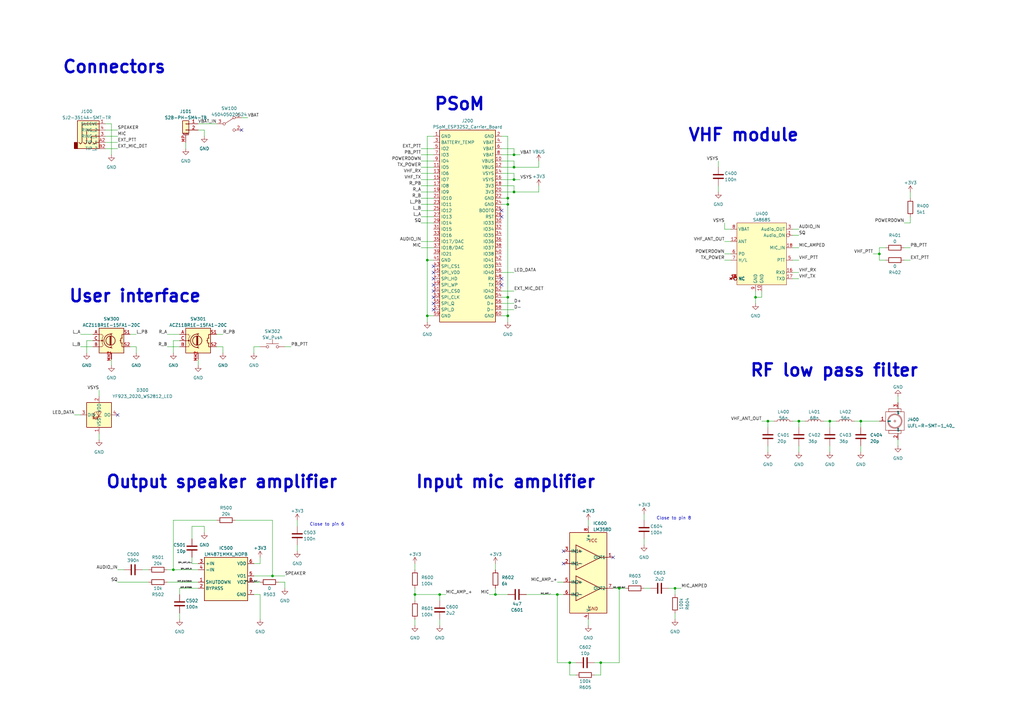
<source format=kicad_sch>
(kicad_sch (version 20230121) (generator eeschema)
  (paper "A3")
  (title_block (title "pRadio") (date "2024-03-19") (rev "HW00") (company "PumaCorp"))
  (lib_symbols
    (symbol "Component_lib:450405020524" (pin_names (offset 0) hide)
      (property "Reference" "SW" (at 0 4.318 0))
      (property "Value" "450405020524" (at 0 -5.08 0))
      (symbol "450405020524_1_1"
        (pin passive line (at 5.08 2.54 180) (length 2.54) (name "A") (number "1"))
        (pin passive line (at 5.08 -2.54 180) (length 2.54) (name "C") (number "2"))
        (pin passive line (at -5.08 0 0) (length 2.54) (name "B") (number "3"))
      )
    )
    (symbol "Component_lib:ACZ11BR1E-15FA1-20C" (pin_names (offset 0.254) hide)
      (property "Reference" "SW" (at 0 6.604 0))
      (property "Value" "ACZ11BR1E-15FA1-20C" (at 0 -6.604 0))
      (symbol "ACZ11BR1E-15FA1-20C_1_1"
        (pin passive line (at -7.62 2.54 0) (length 2.54) (name "A") (number "A"))
        (pin passive line (at -7.62 -2.54 0) (length 2.54) (name "B") (number "B"))
        (pin passive line (at -7.62 0 0) (length 2.54) (name "C") (number "C"))
        (pin passive line (at 0 -7.62 90) (length 2.54) (name "MH1") (number "MH1"))
        (pin passive line (at 0 -7.62 90) (length 2.54) (name "MH2") (number "MH2"))
        (pin passive line (at 7.62 2.54 180) (length 2.54) (name "S1") (number "S1"))
        (pin passive line (at 7.62 -2.54 180) (length 2.54) (name "S2") (number "S2"))
      )
    )
    (symbol "Component_lib:C" (pin_numbers hide) (pin_names (offset 0.254))
      (property "Reference" "C" (at 0.635 -1.27 0))
      (property "Value" "C" (at 0.635 -6.35 0))
      (symbol "C_1_1"
        (pin passive line (at 0 0 270) (length 2.794) (name "~") (number "1"))
        (pin passive line (at 0 -7.62 90) (length 2.794) (name "~") (number "2"))
      )
    )
    (symbol "Component_lib:L" (pin_numbers hide) (pin_names (offset 1.016) hide)
      (property "Reference" "L" (at 3.81 -1.27 0))
      (property "Value" "L" (at 3.81 1.905 0))
      (symbol "L_1_1"
        (pin passive line (at 0 0 0) (length 1.27) (name "1") (number "1"))
        (pin passive line (at 7.62 0 180) (length 1.27) (name "2") (number "2"))
      )
    )
    (symbol "Component_lib:LM358D"
      (property "Reference" "IC" (at 12.7 12.7 0))
      (property "Value" "LM358D" (at 12.7 10.16 0))
      (symbol "LM358D_1_1"
        (text "GND" (at 10.16 -22.86 0) (effects (font (size 1.27 1.27)) (justify left top)))
        (text "VCC" (at 10.16 5.08 0) (effects (font (size 1.27 1.27)) (justify left top)))
        (pin passive line (at 20.32 -2.54 180) (length 2.54) (name "OUT1") (number "1"))
        (pin passive line (at 0 -5.08 0) (length 2.54) (name "IN1-") (number "2"))
        (pin passive line (at 0 0 0) (length 2.54) (name "IN1+") (number "3"))
        (pin passive line (at 10.16 -27.94 90) (length 2.54) (name "V-") (number "4"))
        (pin passive line (at 0 -12.7 0) (length 2.54) (name "IN2+") (number "5"))
        (pin passive line (at 0 -17.78 0) (length 2.54) (name "IN2-") (number "6"))
        (pin passive line (at 20.32 -15.24 180) (length 2.54) (name "OUT2") (number "7"))
        (pin passive line (at 10.16 10.16 270) (length 2.54) (name "V+") (number "8"))
      )
    )
    (symbol "Component_lib:LM4871MMX_NOPB"
      (property "Reference" "IC" (at 2.54 7.62 0))
      (property "Value" "LM4871MMX_NOPB" (at 2.54 5.08 0))
      (symbol "LM4871MMX_NOPB_1_1"
        (pin passive line (at 0 -7.62 0) (length 2.54) (name "SHUTDOWN") (number "1"))
        (pin passive line (at 0 -10.16 0) (length 2.54) (name "BYPASS") (number "2"))
        (pin passive line (at 0 0 0) (length 2.54) (name "+IN") (number "3"))
        (pin passive line (at 0 -2.54 0) (length 2.54) (name "-IN") (number "4"))
        (pin passive line (at 22.86 -5.08 180) (length 2.54) (name "VO1") (number "5"))
        (pin passive line (at 22.86 0 180) (length 2.54) (name "VDD") (number "6"))
        (pin passive line (at 22.86 -12.7 180) (length 2.54) (name "GND") (number "7"))
        (pin passive line (at 22.86 -7.62 180) (length 2.54) (name "VO2") (number "8"))
      )
    )
    (symbol "Component_lib:PSoM_ESP32S2_Carrier_Board"
      (property "Reference" "J" (at 5.08 7.62 0))
      (property "Value" "PSoM_ESP32S2_Carrier_Board" (at 15.24 5.08 0))
      (symbol "PSoM_ESP32S2_Carrier_Board_1_1"
        (pin passive line (at 0 0 0) (length 2.54) (name "GND") (number "1"))
        (pin passive line (at 27.94 -10.16 180) (length 2.54) (name "VBUS") (number "10"))
        (pin passive line (at 0 -12.7 0) (length 2.54) (name "IO5") (number "11"))
        (pin passive line (at 27.94 -12.7 180) (length 2.54) (name "VBUS") (number "12"))
        (pin passive line (at 0 -15.24 0) (length 2.54) (name "IO6") (number "13"))
        (pin passive line (at 27.94 -15.24 180) (length 2.54) (name "VSYS") (number "14"))
        (pin passive line (at 0 -17.78 0) (length 2.54) (name "IO7") (number "15"))
        (pin passive line (at 27.94 -17.78 180) (length 2.54) (name "VSYS") (number "16"))
        (pin passive line (at 0 -20.32 0) (length 2.54) (name "IO8") (number "17"))
        (pin passive line (at 27.94 -20.32 180) (length 2.54) (name "3V3") (number "18"))
        (pin passive line (at 0 -22.86 0) (length 2.54) (name "IO9") (number "19"))
        (pin passive line (at 27.94 0 180) (length 2.54) (name "GND") (number "2"))
        (pin passive line (at 27.94 -22.86 180) (length 2.54) (name "3V3") (number "20"))
        (pin passive line (at 0 -25.4 0) (length 2.54) (name "IO10") (number "21"))
        (pin passive line (at 27.94 -25.4 180) (length 2.54) (name "GND") (number "22"))
        (pin passive line (at 0 -27.94 0) (length 2.54) (name "IO11") (number "23"))
        (pin passive line (at 27.94 -27.94 180) (length 2.54) (name "GND") (number "24"))
        (pin passive line (at 0 -30.48 0) (length 2.54) (name "IO12") (number "25"))
        (pin passive line (at 27.94 -30.48 180) (length 2.54) (name "BOOT0") (number "26"))
        (pin passive line (at 0 -33.02 0) (length 2.54) (name "IO13") (number "27"))
        (pin passive line (at 27.94 -33.02 180) (length 2.54) (name "RST") (number "28"))
        (pin passive line (at 0 -35.56 0) (length 2.54) (name "IO14") (number "29"))
        (pin passive line (at 0 -2.54 0) (length 2.54) (name "BATTERY_TEMP") (number "3"))
        (pin passive line (at 27.94 -35.56 180) (length 2.54) (name "IO33") (number "30"))
        (pin passive line (at 0 -38.1 0) (length 2.54) (name "IO15") (number "31"))
        (pin passive line (at 27.94 -38.1 180) (length 2.54) (name "IO34") (number "32"))
        (pin passive line (at 0 -40.64 0) (length 2.54) (name "IO16") (number "33"))
        (pin passive line (at 27.94 -40.64 180) (length 2.54) (name "IO35") (number "34"))
        (pin passive line (at 0 -43.18 0) (length 2.54) (name "IO17/DAC") (number "35"))
        (pin passive line (at 27.94 -43.18 180) (length 2.54) (name "IO36") (number "36"))
        (pin passive line (at 0 -45.72 0) (length 2.54) (name "IO18/DAC") (number "37"))
        (pin passive line (at 27.94 -45.72 180) (length 2.54) (name "IO37") (number "38"))
        (pin passive line (at 0 -48.26 0) (length 2.54) (name "IO21") (number "39"))
        (pin passive line (at 27.94 -2.54 180) (length 2.54) (name "VBAT") (number "4"))
        (pin passive line (at 27.94 -48.26 180) (length 2.54) (name "IO38") (number "40"))
        (pin passive line (at 0 -50.8 0) (length 2.54) (name "GND") (number "41"))
        (pin passive line (at 27.94 -50.8 180) (length 2.54) (name "IO41") (number "42"))
        (pin passive line (at 0 -53.34 0) (length 2.54) (name "SPI_CS1") (number "43"))
        (pin passive line (at 27.94 -53.34 180) (length 2.54) (name "IO39") (number "44"))
        (pin passive line (at 0 -55.88 0) (length 2.54) (name "SPI_VDD") (number "45"))
        (pin passive line (at 27.94 -55.88 180) (length 2.54) (name "IO40") (number "46"))
        (pin passive line (at 0 -58.42 0) (length 2.54) (name "SPI_HD") (number "47"))
        (pin passive line (at 27.94 -58.42 180) (length 2.54) (name "RX") (number "48"))
        (pin passive line (at 0 -60.96 0) (length 2.54) (name "SPI_WP") (number "49"))
        (pin passive line (at 0 -5.08 0) (length 2.54) (name "IO2") (number "5"))
        (pin passive line (at 27.94 -60.96 180) (length 2.54) (name "TX") (number "50"))
        (pin passive line (at 0 -63.5 0) (length 2.54) (name "SPI_CS0") (number "51"))
        (pin passive line (at 27.94 -63.5 180) (length 2.54) (name "IO42") (number "52"))
        (pin passive line (at 0 -66.04 0) (length 2.54) (name "SPI_CLK") (number "53"))
        (pin passive line (at 27.94 -66.04 180) (length 2.54) (name "GND") (number "54"))
        (pin passive line (at 0 -68.58 0) (length 2.54) (name "SPI_Q") (number "55"))
        (pin passive line (at 27.94 -68.58 180) (length 2.54) (name "D+") (number "56"))
        (pin passive line (at 0 -71.12 0) (length 2.54) (name "SPI_D") (number "57"))
        (pin passive line (at 27.94 -71.12 180) (length 2.54) (name "D-") (number "58"))
        (pin passive line (at 0 -73.66 0) (length 2.54) (name "GND") (number "59"))
        (pin passive line (at 27.94 -5.08 180) (length 2.54) (name "VBAT") (number "6"))
        (pin passive line (at 27.94 -73.66 180) (length 2.54) (name "GND") (number "60"))
        (pin passive line (at 0 -7.62 0) (length 2.54) (name "IO3") (number "7"))
        (pin passive line (at 27.94 -7.62 180) (length 2.54) (name "VBAT") (number "8"))
        (pin passive line (at 0 -10.16 0) (length 2.54) (name "IO4") (number "9"))
      )
    )
    (symbol "Component_lib:R" (pin_numbers hide) (pin_names (offset 0))
      (property "Reference" "R" (at 2.032 -3.81 90))
      (property "Value" "R" (at 0 -3.81 90))
      (symbol "R_1_1"
        (pin passive line (at 0 0 270) (length 1.27) (name "~") (number "1"))
        (pin passive line (at 0 -7.62 90) (length 1.27) (name "~") (number "2"))
      )
    )
    (symbol "Component_lib:S2B-PH-SM4-TB" (pin_names (offset 1.016) hide)
      (property "Reference" "J" (at 0 2.54 0))
      (property "Value" "S2B-PH-SM4-TB" (at 1.27 -2.54 0))
      (symbol "S2B-PH-SM4-TB_1_1"
        (text "Mounting" (at 5.08 -4.191 0) (effects (font (size 0.381 0.381))))
        (pin passive line (at 0 0 0) (length 3.81) (name "Pin_1") (number "1"))
        (pin passive line (at 0 -2.54 0) (length 3.81) (name "Pin_2") (number "2"))
        (pin passive line (at 5.08 -7.62 90) (length 3.048) (name "MountPin") (number "MP"))
      )
    )
    (symbol "Component_lib:SA868S"
      (property "Reference" "U" (at 0 10.16 0))
      (property "Value" "SA868S" (at 0 7.62 0))
      (symbol "SA868S_1_1"
        (pin output inverted (at 25.4 -2.54 180) (length 2.54) (name "Audio_ON") (number "1"))
        (pin passive line (at 12.7 -25.4 90) (length 2.54) (name "GND") (number "10"))
        (pin no_connect inverted (at 0 -20.32 0) (length 2.54) (name "NC") (number "11"))
        (pin bidirectional line (at 0 -5.08 0) (length 2.54) (name "ANT") (number "12"))
        (pin no_connect inverted (at 0 -20.32 0) (length 2.54) (name "NC") (number "13"))
        (pin no_connect inverted (at 0 -20.32 0) (length 2.54) (name "NC") (number "14"))
        (pin no_connect inverted (at 0 -20.32 0) (length 2.54) (name "NC") (number "15"))
        (pin input line (at 25.4 -17.78 180) (length 2.54) (name "RXD") (number "16"))
        (pin output line (at 25.4 -20.32 180) (length 2.54) (name "TXD") (number "17"))
        (pin input line (at 25.4 -7.62 180) (length 2.54) (name "MIC_IN") (number "18"))
        (pin no_connect inverted (at 0 -20.32 0) (length 2.54) (name "NC") (number "2"))
        (pin output line (at 25.4 0 180) (length 2.54) (name "Audio_OUT") (number "3"))
        (pin no_connect inverted (at 0 -20.32 0) (length 2.54) (name "NC") (number "4"))
        (pin input line (at 25.4 -12.7 180) (length 2.54) (name "PTT") (number "5"))
        (pin input line (at 0 -10.16 0) (length 2.54) (name "PD") (number "6"))
        (pin input line (at 0 -12.7 0) (length 2.54) (name "H/L") (number "7"))
        (pin power_in line (at 0 0 0) (length 2.54) (name "VBAT") (number "8"))
        (pin passive line (at 10.16 -25.4 90) (length 2.54) (name "GND") (number "9"))
      )
    )
    (symbol "Component_lib:SJ2-3514A-SMT-TR"
      (property "Reference" "J" (at -10.16 7.62 0))
      (property "Value" "SJ2-3514A-SMT-TR" (at -10.16 5.08 0))
      (symbol "SJ2-3514A-SMT-TR_1_1"
        (pin passive line (at 0 0 180) (length 2.54) (name "SLEEVE") (number "1"))
        (pin passive line (at 0 -5.08 180) (length 2.54) (name "RING_1") (number "3"))
        (pin passive line (at 0 -2.54 180) (length 2.54) (name "RING_2") (number "4"))
        (pin passive line (at 0 -7.62 180) (length 2.54) (name "TIP_1") (number "A2"))
        (pin passive line (at 0 -10.16 180) (length 2.54) (name "TIP_2") (number "B2"))
      )
    )
    (symbol "Component_lib:U.FL-R-SMT-1_40_" (pin_names (offset 0.762))
      (property "Reference" "J" (at 24.13 7.62 0))
      (property "Value" "U.FL-R-SMT-1_40_" (at 24.13 2.54 0))
      (symbol "U.FL-R-SMT-1_40__1_1"
        (pin input line (at 0 0 0) (length 2.54) (name "ant") (number "1"))
        (pin passive line (at 7.62 -7.62 90) (length 2.54) (name "gnd") (number "2"))
        (pin passive line (at 7.62 7.62 270) (length 2.54) (name "gnd") (number "3"))
      )
    )
    (symbol "Component_lib:YF923_2020_WS2812_LED" (pin_names (offset 0.254))
      (property "Reference" "D" (at 2.54 5.715 0))
      (property "Value" "YF923_2020_WS2812_LED" (at 1.27 -5.715 0))
      (symbol "YF923_2020_WS2812_LED_0_0"
        (text "RGB" (at -1.524 -1.397 0) (effects (font (size 0.762 0.762))))
      )
      (symbol "YF923_2020_WS2812_LED_1_1"
        (pin power_in line (at 0 -7.62 90) (length 2.54) (name "VSS") (number "1"))
        (pin power_in line (at 0 7.62 270) (length 2.54) (name "VDD") (number "2"))
        (pin input line (at -7.62 0 0) (length 2.54) (name "DIN") (number "3"))
        (pin output line (at 7.62 0 180) (length 2.54) (name "DO") (number "4"))
      )
    )
    (symbol "Switch:SW_Push" (pin_numbers hide) (pin_names (offset 1.016) hide)
      (property "Reference" "SW" (at 1.27 2.54 0))
      (property "Value" "SW_Push" (at 0 -1.524 0))
      (symbol "SW_Push_0_1"
        (pin passive line (at -5.08 0 0) (length 2.54) (name "1") (number "1"))
        (pin passive line (at 5.08 0 180) (length 2.54) (name "2") (number "2"))
      )
    )
    (symbol "power:+3V3" (power) (pin_names (offset 0))
      (property "Value" "+3V3" (at 0 3.556 0))
      (symbol "+3V3_1_1"
        (pin power_in line (at 0 0 90) (length 0) hide (name "+3V3") (number "1"))
      )
    )
    (symbol "power:GND" (power) (pin_names (offset 0))
      (property "Value" "GND" (at 0 -3.81 0))
      (symbol "GND_1_1"
        (pin power_in line (at 0 0 270) (length 0) hide (name "GND") (number "1"))
      )
    )
    (symbol "power:VBUS" (power) (pin_names (offset 0))
      (property "Value" "VBUS" (at 0 3.81 0))
      (symbol "VBUS_1_1"
        (pin power_in line (at 0 0 90) (length 0) hide (name "VBUS") (number "1"))
      )
    )
  )
  (junction (at 170.18 243.84))
  (junction (at 314.96 172.72))
  (junction (at 175.26 129.54))
  (junction (at 208.28 121.92))
  (junction (at 309.88 121.92))
  (junction (at 246.38 271.78))
  (junction (at 111.76 236.22))
  (junction (at 208.28 81.28))
  (junction (at 210.82 68.58))
  (junction (at 254 241.3))
  (junction (at 208.28 129.54))
  (junction (at 228.6 243.84))
  (junction (at 175.26 106.68))
  (junction (at 210.82 78.74))
  (junction (at 340.36 172.72))
  (junction (at 210.82 73.66))
  (junction (at 208.28 83.82))
  (junction (at 71.12 233.68))
  (junction (at 203.2 243.84))
  (junction (at 233.68 271.78))
  (junction (at 210.82 63.5))
  (junction (at 180.34 243.84))
  (junction (at 353.06 172.72))
  (junction (at 276.86 241.3))
  (junction (at 360.68 104.14))
  (junction (at 327.66 172.72))
  (no_connect (at 177.8 121.92))
  (no_connect (at 177.8 114.3))
  (no_connect (at 231.14 231.14))
  (no_connect (at 177.8 111.76))
  (no_connect (at 48.26 170.18))
  (no_connect (at 205.74 86.36))
  (no_connect (at 177.8 116.84))
  (no_connect (at 231.14 226.06))
  (no_connect (at 205.74 88.9))
  (no_connect (at 177.8 127))
  (no_connect (at 177.8 109.22))
  (no_connect (at 205.74 114.3))
  (no_connect (at 177.8 119.38))
  (no_connect (at 251.46 228.6))
  (no_connect (at 205.74 116.84))
  (no_connect (at 99.06 53.34))
  (no_connect (at 177.8 124.46))
  (wire (pts (xy 205.74 60.96) (xy 210.82 60.96)))
  (wire (pts (xy 210.82 68.58) (xy 220.98 68.58)))
  (wire (pts (xy 309.88 121.92) (xy 309.88 124.46)))
  (wire (pts (xy 45.72 50.8) (xy 45.72 63.5)))
  (wire (pts (xy 106.68 142.24) (xy 104.14 142.24)))
  (wire (pts (xy 309.88 119.38) (xy 309.88 121.92)))
  (wire (pts (xy 111.76 213.36) (xy 111.76 236.22)))
  (wire (pts (xy 88.9 142.24) (xy 91.44 142.24)))
  (wire (pts (xy 205.74 124.46) (xy 210.82 124.46)))
  (wire (pts (xy 203.2 243.84) (xy 208.28 243.84)))
  (wire (pts (xy 30.48 170.18) (xy 33.02 170.18)))
  (wire (pts (xy 81.28 53.34) (xy 83.82 53.34)))
  (wire (pts (xy 172.72 88.9) (xy 177.8 88.9)))
  (wire (pts (xy 172.72 78.74) (xy 177.8 78.74)))
  (wire (pts (xy 81.28 50.8) (xy 88.9 50.8)))
  (wire (pts (xy 170.18 231.14) (xy 170.18 233.68)))
  (wire (pts (xy 172.72 68.58) (xy 177.8 68.58)))
  (wire (pts (xy 205.74 119.38) (xy 210.82 119.38)))
  (wire (pts (xy 58.42 233.68) (xy 60.96 233.68)))
  (wire (pts (xy 327.66 172.72) (xy 330.2 172.72)))
  (wire (pts (xy 180.34 243.84) (xy 182.88 243.84)))
  (wire (pts (xy 78.74 231.14) (xy 81.28 231.14)))
  (wire (pts (xy 325.12 106.68) (xy 327.66 106.68)))
  (wire (pts (xy 68.58 238.76) (xy 81.28 238.76)))
  (wire (pts (xy 208.28 83.82) (xy 208.28 121.92)))
  (wire (pts (xy 68.58 142.24) (xy 73.66 142.24)))
  (wire (pts (xy 170.18 254) (xy 170.18 256.54)))
  (wire (pts (xy 297.18 99.06) (xy 299.72 99.06)))
  (wire (pts (xy 215.9 243.84) (xy 228.6 243.84)))
  (wire (pts (xy 220.98 78.74) (xy 220.98 76.2)))
  (wire (pts (xy 53.34 142.24) (xy 55.88 142.24)))
  (wire (pts (xy 205.74 73.66) (xy 210.82 73.66)))
  (wire (pts (xy 325.12 101.6) (xy 327.66 101.6)))
  (wire (pts (xy 73.66 251.46) (xy 73.66 254)))
  (wire (pts (xy 180.34 243.84) (xy 180.34 246.38)))
  (wire (pts (xy 368.3 180.34) (xy 368.3 182.88)))
  (wire (pts (xy 233.68 276.86) (xy 233.68 271.78)))
  (wire (pts (xy 205.74 68.58) (xy 210.82 68.58)))
  (wire (pts (xy 78.74 231.14) (xy 78.74 228.6)))
  (wire (pts (xy 340.36 172.72) (xy 342.9 172.72)))
  (wire (pts (xy 373.38 91.44) (xy 373.38 88.9)))
  (wire (pts (xy 340.36 172.72) (xy 340.36 175.26)))
  (wire (pts (xy 337.82 172.72) (xy 340.36 172.72)))
  (wire (pts (xy 312.42 172.72) (xy 314.96 172.72)))
  (wire (pts (xy 205.74 66.04) (xy 210.82 66.04)))
  (wire (pts (xy 172.72 73.66) (xy 177.8 73.66)))
  (wire (pts (xy 236.22 276.86) (xy 233.68 276.86)))
  (wire (pts (xy 71.12 213.36) (xy 88.9 213.36)))
  (wire (pts (xy 208.28 81.28) (xy 208.28 83.82)))
  (wire (pts (xy 208.28 121.92) (xy 208.28 129.54)))
  (wire (pts (xy 78.74 215.9) (xy 83.82 215.9)))
  (wire (pts (xy 360.68 104.14) (xy 358.14 104.14)))
  (wire (pts (xy 297.18 106.68) (xy 299.72 106.68)))
  (wire (pts (xy 48.26 238.76) (xy 60.96 238.76)))
  (wire (pts (xy 254 271.78) (xy 254 241.3)))
  (wire (pts (xy 243.84 271.78) (xy 246.38 271.78)))
  (wire (pts (xy 327.66 182.88) (xy 327.66 185.42)))
  (wire (pts (xy 314.96 172.72) (xy 314.96 175.26)))
  (wire (pts (xy 170.18 243.84) (xy 170.18 246.38)))
  (wire (pts (xy 205.74 63.5) (xy 210.82 63.5)))
  (wire (pts (xy 264.16 241.3) (xy 266.7 241.3)))
  (wire (pts (xy 96.52 213.36) (xy 111.76 213.36)))
  (wire (pts (xy 172.72 86.36) (xy 177.8 86.36)))
  (wire (pts (xy 208.28 129.54) (xy 208.28 132.08)))
  (wire (pts (xy 175.26 55.88) (xy 175.26 106.68)))
  (wire (pts (xy 68.58 137.16) (xy 73.66 137.16)))
  (wire (pts (xy 363.22 106.68) (xy 360.68 106.68)))
  (wire (pts (xy 294.64 76.2) (xy 294.64 78.74)))
  (wire (pts (xy 254 241.3) (xy 251.46 241.3)))
  (wire (pts (xy 205.74 127) (xy 210.82 127)))
  (wire (pts (xy 43.18 55.88) (xy 48.26 55.88)))
  (wire (pts (xy 297.18 104.14) (xy 299.72 104.14)))
  (wire (pts (xy 228.6 243.84) (xy 228.6 271.78)))
  (wire (pts (xy 83.82 215.9) (xy 83.82 218.44)))
  (wire (pts (xy 325.12 93.98) (xy 327.66 93.98)))
  (wire (pts (xy 241.3 213.36) (xy 241.3 215.9)))
  (wire (pts (xy 208.28 55.88) (xy 208.28 81.28)))
  (wire (pts (xy 297.18 93.98) (xy 299.72 93.98)))
  (wire (pts (xy 33.02 142.24) (xy 38.1 142.24)))
  (wire (pts (xy 172.72 71.12) (xy 177.8 71.12)))
  (wire (pts (xy 116.84 142.24) (xy 119.38 142.24)))
  (wire (pts (xy 254 241.3) (xy 256.54 241.3)))
  (wire (pts (xy 91.44 142.24) (xy 91.44 144.78)))
  (wire (pts (xy 43.18 58.42) (xy 48.26 58.42)))
  (wire (pts (xy 111.76 236.22) (xy 104.14 236.22)))
  (wire (pts (xy 363.22 101.6) (xy 360.68 101.6)))
  (wire (pts (xy 106.68 231.14) (xy 106.68 228.6)))
  (wire (pts (xy 33.02 137.16) (xy 38.1 137.16)))
  (wire (pts (xy 210.82 60.96) (xy 210.82 63.5)))
  (wire (pts (xy 177.8 55.88) (xy 175.26 55.88)))
  (wire (pts (xy 73.66 241.3) (xy 81.28 241.3)))
  (wire (pts (xy 264.16 210.82) (xy 264.16 213.36)))
  (wire (pts (xy 228.6 243.84) (xy 231.14 243.84)))
  (wire (pts (xy 360.68 106.68) (xy 360.68 104.14)))
  (wire (pts (xy 40.64 177.8) (xy 40.64 180.34)))
  (wire (pts (xy 81.28 147.32) (xy 81.28 149.86)))
  (wire (pts (xy 73.66 139.7) (xy 71.12 139.7)))
  (wire (pts (xy 205.74 81.28) (xy 208.28 81.28)))
  (wire (pts (xy 111.76 236.22) (xy 116.84 236.22)))
  (wire (pts (xy 104.14 231.14) (xy 106.68 231.14)))
  (wire (pts (xy 276.86 241.3) (xy 279.4 241.3)))
  (wire (pts (xy 172.72 63.5) (xy 177.8 63.5)))
  (wire (pts (xy 205.74 55.88) (xy 208.28 55.88)))
  (wire (pts (xy 205.74 71.12) (xy 210.82 71.12)))
  (wire (pts (xy 68.58 233.68) (xy 71.12 233.68)))
  (wire (pts (xy 200.66 243.84) (xy 203.2 243.84)))
  (wire (pts (xy 203.2 241.3) (xy 203.2 243.84)))
  (wire (pts (xy 353.06 182.88) (xy 353.06 185.42)))
  (wire (pts (xy 43.18 53.34) (xy 48.26 53.34)))
  (wire (pts (xy 233.68 271.78) (xy 236.22 271.78)))
  (wire (pts (xy 220.98 68.58) (xy 220.98 66.04)))
  (wire (pts (xy 314.96 172.72) (xy 317.5 172.72)))
  (wire (pts (xy 78.74 220.98) (xy 78.74 215.9)))
  (wire (pts (xy 246.38 271.78) (xy 254 271.78)))
  (wire (pts (xy 325.12 96.52) (xy 327.66 96.52)))
  (wire (pts (xy 35.56 139.7) (xy 35.56 144.78)))
  (wire (pts (xy 83.82 53.34) (xy 83.82 55.88)))
  (wire (pts (xy 205.74 111.76) (xy 210.82 111.76)))
  (wire (pts (xy 325.12 114.3) (xy 327.66 114.3)))
  (wire (pts (xy 210.82 71.12) (xy 210.82 73.66)))
  (wire (pts (xy 276.86 251.46) (xy 276.86 254)))
  (wire (pts (xy 205.74 76.2) (xy 210.82 76.2)))
  (wire (pts (xy 45.72 147.32) (xy 45.72 149.86)))
  (wire (pts (xy 205.74 129.54) (xy 208.28 129.54)))
  (wire (pts (xy 246.38 276.86) (xy 243.84 276.86)))
  (wire (pts (xy 175.26 132.08) (xy 175.26 129.54)))
  (wire (pts (xy 246.38 271.78) (xy 246.38 276.86)))
  (wire (pts (xy 203.2 231.14) (xy 203.2 233.68)))
  (wire (pts (xy 121.92 213.36) (xy 121.92 215.9)))
  (wire (pts (xy 172.72 76.2) (xy 177.8 76.2)))
  (wire (pts (xy 43.18 60.96) (xy 48.26 60.96)))
  (wire (pts (xy 48.26 233.68) (xy 50.8 233.68)))
  (wire (pts (xy 172.72 99.06) (xy 177.8 99.06)))
  (wire (pts (xy 309.88 121.92) (xy 312.42 121.92)))
  (wire (pts (xy 264.16 220.98) (xy 264.16 223.52)))
  (wire (pts (xy 373.38 78.74) (xy 373.38 81.28)))
  (wire (pts (xy 104.14 243.84) (xy 106.68 243.84)))
  (wire (pts (xy 53.34 137.16) (xy 55.88 137.16)))
  (wire (pts (xy 99.06 48.26) (xy 101.6 48.26)))
  (wire (pts (xy 172.72 81.28) (xy 177.8 81.28)))
  (wire (pts (xy 172.72 83.82) (xy 177.8 83.82)))
  (wire (pts (xy 340.36 182.88) (xy 340.36 185.42)))
  (wire (pts (xy 314.96 182.88) (xy 314.96 185.42)))
  (wire (pts (xy 368.3 162.56) (xy 368.3 165.1)))
  (wire (pts (xy 104.14 238.76) (xy 106.68 238.76)))
  (wire (pts (xy 210.82 63.5) (xy 213.36 63.5)))
  (wire (pts (xy 116.84 238.76) (xy 116.84 241.3)))
  (wire (pts (xy 175.26 106.68) (xy 175.26 129.54)))
  (wire (pts (xy 228.6 271.78) (xy 233.68 271.78)))
  (wire (pts (xy 172.72 60.96) (xy 177.8 60.96)))
  (wire (pts (xy 172.72 101.6) (xy 177.8 101.6)))
  (wire (pts (xy 205.74 121.92) (xy 208.28 121.92)))
  (wire (pts (xy 327.66 172.72) (xy 327.66 175.26)))
  (wire (pts (xy 106.68 243.84) (xy 106.68 254)))
  (wire (pts (xy 370.84 91.44) (xy 373.38 91.44)))
  (wire (pts (xy 294.64 66.04) (xy 294.64 68.58)))
  (wire (pts (xy 350.52 172.72) (xy 353.06 172.72)))
  (wire (pts (xy 241.3 254) (xy 241.3 256.54)))
  (wire (pts (xy 88.9 137.16) (xy 91.44 137.16)))
  (wire (pts (xy 71.12 233.68) (xy 71.12 213.36)))
  (wire (pts (xy 353.06 172.72) (xy 353.06 175.26)))
  (wire (pts (xy 175.26 106.68) (xy 177.8 106.68)))
  (wire (pts (xy 170.18 243.84) (xy 180.34 243.84)))
  (wire (pts (xy 73.66 243.84) (xy 73.66 241.3)))
  (wire (pts (xy 325.12 172.72) (xy 327.66 172.72)))
  (wire (pts (xy 170.18 241.3) (xy 170.18 243.84)))
  (wire (pts (xy 210.82 78.74) (xy 220.98 78.74)))
  (wire (pts (xy 71.12 139.7) (xy 71.12 144.78)))
  (wire (pts (xy 172.72 66.04) (xy 177.8 66.04)))
  (wire (pts (xy 297.18 91.44) (xy 297.18 93.98)))
  (wire (pts (xy 121.92 223.52) (xy 121.92 226.06)))
  (wire (pts (xy 274.32 241.3) (xy 276.86 241.3)))
  (wire (pts (xy 40.64 160.02) (xy 40.64 162.56)))
  (wire (pts (xy 360.68 101.6) (xy 360.68 104.14)))
  (wire (pts (xy 71.12 233.68) (xy 81.28 233.68)))
  (wire (pts (xy 38.1 139.7) (xy 35.56 139.7)))
  (wire (pts (xy 353.06 172.72) (xy 360.68 172.72)))
  (wire (pts (xy 172.72 91.44) (xy 177.8 91.44)))
  (wire (pts (xy 175.26 129.54) (xy 177.8 129.54)))
  (wire (pts (xy 325.12 111.76) (xy 327.66 111.76)))
  (wire (pts (xy 205.74 83.82) (xy 208.28 83.82)))
  (wire (pts (xy 104.14 142.24) (xy 104.14 144.78)))
  (wire (pts (xy 210.82 73.66) (xy 213.36 73.66)))
  (wire (pts (xy 373.38 101.6) (xy 370.84 101.6)))
  (wire (pts (xy 228.6 238.76) (xy 231.14 238.76)))
  (wire (pts (xy 373.38 106.68) (xy 370.84 106.68)))
  (wire (pts (xy 205.74 78.74) (xy 210.82 78.74)))
  (wire (pts (xy 276.86 241.3) (xy 276.86 243.84)))
  (wire (pts (xy 114.3 238.76) (xy 116.84 238.76)))
  (wire (pts (xy 210.82 66.04) (xy 210.82 68.58)))
  (wire (pts (xy 312.42 121.92) (xy 312.42 119.38)))
  (wire (pts (xy 76.2 58.42) (xy 76.2 60.96)))
  (wire (pts (xy 55.88 142.24) (xy 55.88 144.78)))
  (wire (pts (xy 180.34 254) (xy 180.34 256.54)))
  (wire (pts (xy 210.82 76.2) (xy 210.82 78.74)))
  (wire (pts (xy 43.18 50.8) (xy 45.72 50.8)))
  (text "User interface" (at 27.94 124.46 0) (effects (font (size 5 5) (thickness 1) bold) (justify left bottom)))
  (text "Close to pin 6" (at 127 215.9 0) (effects (font (size 1.27 1.27)) (justify left bottom)))
  (text "PSoM" (at 177.8 45.72 0) (effects (font (size 5 5) (thickness 1) bold) (justify left bottom)))
  (text "RF low pass filter" (at 307.34 154.94 0) (effects (font (size 5 5) (thickness 1) bold) (justify left bottom)))
  (text "VHF module" (at 281.94 58.42 0) (effects (font (size 5 5) (thickness 1) bold) (justify left bottom)))
  (text "Input mic amplifier" (at 170.18 200.66 0) (effects (font (size 5 5) (thickness 1) bold) (justify left bottom)))
  (text "Output speaker amplifier" (at 43.18 200.66 0) (effects (font (size 5 5) (thickness 1) bold) (justify left bottom)))
  (text "Close to pin 8" (at 269.24 213.36 0) (effects (font (size 1.27 1.27)) (justify left bottom)))
  (text "Connectors" (at 25.4 30.48 0) (effects (font (size 5 5) (thickness 1) bold) (justify left bottom)))
  (label "VHF_ANT_OUT" (at 297.18 99.06 180))
  (label "VSYS" (at 294.64 66.04 180))
  (label "TX_POWER" (at 172.72 68.58 180))
  (label "R_PB" (at 91.44 137.16 0))
  (label "VHF_TX" (at 327.66 114.3 0))
  (label "SPK_AMP_VIN+" (at 78.74 231.14 180) (effects (font (size 0.5 0.5))))
  (label "VHF_ANT_OUT" (at 312.42 172.72 180))
  (label "EXT_PTT" (at 373.38 106.68 0))
  (label "EXT_PTT" (at 172.72 60.96 180))
  (label "MIC_AMP_-" (at 226.06 243.84 180) (effects (font (size 0.5 0.5))))
  (label "D+" (at 210.82 124.46 0))
  (label "PB_PTT" (at 373.38 101.6 0))
  (label "VHF_TX" (at 172.72 73.66 180))
  (label "AMP_BYPASS" (at 78.74 241.3 180) (effects (font (size 0.5 0.5))))
  (label "SPK_AMP_OUT_-" (at 106.68 238.76 180) (effects (font (size 0.5 0.5))))
  (label "MIC" (at 172.72 101.6 180))
  (label "R_A" (at 68.58 137.16 180))
  (label "VBAT" (at 213.36 63.5 0))
  (label "SQ" (at 48.26 238.76 180))
  (label "EXT_PTT" (at 48.26 58.42 0))
  (label "MIC_AMPED" (at 327.66 101.6 0))
  (label "AUDIO_IN" (at 172.72 99.06 180))
  (label "AMP_SHUTDOWN" (at 78.74 238.76 180) (effects (font (size 0.5 0.5))))
  (label "AUDIO_IN" (at 327.66 93.98 0))
  (label "L_PB" (at 55.88 137.16 0))
  (label "VSYS" (at 40.64 160.02 180))
  (label "MIC" (at 48.26 55.88 0))
  (label "MIC_AMP_+" (at 228.6 238.76 180))
  (label "VHF_PTT" (at 327.66 106.68 0))
  (label "LED_DATA" (at 30.48 170.18 180))
  (label "VSYS" (at 213.36 73.66 0))
  (label "POWERDOWN" (at 297.18 104.14 180))
  (label "AUDIO_IN" (at 48.26 233.68 180))
  (label "R_A" (at 172.72 78.74 180))
  (label "L_B" (at 33.02 142.24 180))
  (label "SQ" (at 172.72 91.44 180))
  (label "MIC_AMP_OUT" (at 256.54 241.3 180) (effects (font (size 0.5 0.5))))
  (label "MIC_AMP_+" (at 182.88 243.84 0))
  (label "EXT_MIC_DET" (at 48.26 60.96 0))
  (label "SPEAKER" (at 116.84 236.22 0))
  (label "SPEAKER" (at 48.26 53.34 0))
  (label "MIC" (at 200.66 243.84 180))
  (label "LED_DATA" (at 210.82 111.76 0))
  (label "VSYS" (at 297.18 91.44 180))
  (label "L_PB" (at 172.72 83.82 180))
  (label "VBAT" (at 101.6 48.26 0))
  (label "PB_PTT" (at 119.38 142.24 0))
  (label "POWERDOWN" (at 370.84 91.44 180))
  (label "EXT_MIC_DET" (at 210.82 119.38 0))
  (label "SPK_AMP_IN" (at 78.74 233.68 180) (effects (font (size 0.5 0.5))))
  (label "POWERDOWN" (at 172.72 66.04 180))
  (label "VHF_RX" (at 172.72 71.12 180))
  (label "L_A" (at 33.02 137.16 180))
  (label "VBAT_IN" (at 81.28 50.8 0))
  (label "D-" (at 210.82 127 0))
  (label "TX_POWER" (at 297.18 106.68 180))
  (label "VHF_RX" (at 327.66 111.76 0))
  (label "R_PB" (at 172.72 76.2 180))
  (label "R_B" (at 68.58 142.24 180))
  (label "MIC_AMPED" (at 279.4 241.3 0))
  (label "SQ" (at 327.66 96.52 0))
  (label "L_A" (at 172.72 88.9 180))
  (label "R_B" (at 172.72 81.28 180))
  (label "L_B" (at 172.72 86.36 180))
  (label "PB_PTT" (at 172.72 63.5 180))
  (label "VHF_PTT" (at 358.14 104.14 180))
  (symbol (lib_id "power:GND") (at 121.92 226.06 0) (unit 1)
    (property "Reference" "#PWR020" (effects hide))
    (property "Value" "GND" (at 121.92 231.14 0))
  )
  (symbol (lib_id "Component_lib:C") (at 294.64 76.2 180) (unit 1)
    (property "Reference" "C400" (at 297.18 71.12 0) (effects (justify right)))
    (property "Value" "100n" (at 297.18 73.66 0) (effects (justify right)))
    (property "Footprint" "Capacitor_SMD:C_0402_1005Metric" (effects hide))
  )
  (symbol (lib_id "power:GND") (at 170.18 256.54 0) (unit 1)
    (property "Reference" "#PWR022" (effects hide))
    (property "Value" "GND" (at 170.18 261.62 0))
  )
  (symbol (lib_id "power:GND") (at 116.84 241.3 0) (unit 1)
    (property "Reference" "#PWR018" (effects hide))
    (property "Value" "GND" (at 116.84 246.38 0))
  )
  (symbol (lib_id "Component_lib:C") (at 340.36 182.88 180) (unit 1)
    (property "Reference" "C403" (at 344.17 178.435 0) (effects (justify right)))
    (property "Value" "36p" (at 344.17 180.975 0) (effects (justify right)))
    (property "Footprint" "Capacitor_SMD:C_0402_1005Metric" (effects hide))
  )
  (symbol (lib_id "power:GND") (at 175.26 132.08 0) (unit 1)
    (property "Reference" "#PWR023" (effects hide))
    (property "Value" "GND" (at 175.26 137.16 0))
  )
  (symbol (lib_id "Component_lib:C") (at 314.96 182.88 180) (unit 1)
    (property "Reference" "C401" (at 318.77 178.435 0) (effects (justify right)))
    (property "Value" "20p" (at 318.77 180.975 0) (effects (justify right)))
    (property "Footprint" "Capacitor_SMD:C_0402_1005Metric" (effects hide))
  )
  (symbol (lib_id "Component_lib:C") (at 327.66 182.88 180) (unit 1)
    (property "Reference" "C402" (at 331.47 178.435 0) (effects (justify right)))
    (property "Value" "36p" (at 331.47 180.975 0) (effects (justify right)))
    (property "Footprint" "Capacitor_SMD:C_0402_1005Metric" (effects hide))
  )
  (symbol (lib_id "Component_lib:C") (at 353.06 182.88 180) (unit 1)
    (property "Reference" "C404" (at 356.87 178.435 0) (effects (justify right)))
    (property "Value" "20p" (at 356.87 180.975 0) (effects (justify right)))
    (property "Footprint" "Capacitor_SMD:C_0402_1005Metric" (effects hide))
  )
  (symbol (lib_id "power:GND") (at 327.66 185.42 0) (unit 1)
    (property "Reference" "#PWR037" (effects hide))
    (property "Value" "GND" (at 327.66 190.5 0))
  )
  (symbol (lib_id "power:+3V3") (at 220.98 76.2 0) (unit 1)
    (property "Reference" "#PWR028" (effects hide))
    (property "Value" "+3V3" (at 220.98 72.39 0))
  )
  (symbol (lib_id "Component_lib:L") (at 317.5 172.72 0) (unit 1)
    (property "Reference" "L400" (at 321.31 168.91 0))
    (property "Value" "56n" (at 321.31 171.45 0))
    (property "Footprint" "Inductor_SMD:L_0402_1005Metric" (effects hide))
  )
  (symbol (lib_id "Component_lib:R") (at 68.58 238.76 270) (mirror x) (unit 1)
    (property "Reference" "R502" (at 64.77 243.84 90))
    (property "Value" "10k" (at 64.77 241.3 90))
    (property "Footprint" "Resistor_SMD:R_0201_0603Metric" (effects hide))
  )
  (symbol (lib_id "Component_lib:LM4871MMX_NOPB") (at 81.28 231.14 0) (unit 1)
    (property "Reference" "IC500" (at 92.71 224.79 0))
    (property "Value" "LM4871MMX_NOPB" (at 92.71 227.33 0))
    (property "Footprint" "Component_lib:SOP65P490X110-8N" (effects hide))
    (property "Datasheet" "http://www.ti.com/lit/gpn/LM4871" (effects hide))
    (property "Height" "1.1" (effects hide))
    (property "Mouser Part Number" "926-LM4871MMX/NOPB" (effects hide))
    (property "Mouser Price/Stock" "https://www.mouser.co.uk/ProductDetail/Texas-Instruments/LM4871MMX-NOPB?qs=QbsRYf82W3E5ZV%2FZfPWeGA%3D%3D" (effects hide))
    (property "Manufacturer_Name" "Texas Instruments" (effects hide))
    (property "Manufacturer_Part_Number" "LM4871MMX/NOPB" (effects hide))
  )
  (symbol (lib_id "Component_lib:C") (at 73.66 251.46 180) (unit 1)
    (property "Reference" "C502" (at 76.2 246.38 0) (effects (justify right)))
    (property "Value" "100n" (at 76.2 248.92 0) (effects (justify right)))
    (property "Footprint" "Capacitor_SMD:C_0402_1005Metric" (effects hide))
  )
  (symbol (lib_id "Component_lib:ACZ11BR1E-15FA1-20C") (at 81.28 139.7 0) (unit 1)
    (property "Reference" "SW301" (at 81.28 130.81 0))
    (property "Value" "ACZ11BR1E-15FA1-20C" (at 81.28 133.35 0))
    (property "Footprint" "Component_lib:ACZ11BR1E15FA120C" (effects hide))
    (property "Datasheet" "https://www.mouser.fr/ProductDetail/CUI-Devices/ACZ11BR1E-15FA1-20C?qs=WyjlAZoYn5247cKuR%2FhDHQ%3D%3D" (effects hide))
  )
  (symbol (lib_id "Component_lib:C") (at 121.92 223.52 180) (unit 1)
    (property "Reference" "C503" (at 124.46 218.44 0) (effects (justify right)))
    (property "Value" "100n" (at 124.46 220.98 0) (effects (justify right)))
    (property "Footprint" "Capacitor_SMD:C_0402_1005Metric" (effects hide))
  )
  (symbol (lib_id "power:GND") (at 40.64 180.34 0) (unit 1)
    (property "Reference" "#PWR04" (effects hide))
    (property "Value" "GND" (at 40.64 185.42 0))
  )
  (symbol (lib_id "Component_lib:L") (at 330.2 172.72 0) (unit 1)
    (property "Reference" "L401" (at 334.01 168.91 0))
    (property "Value" "68n" (at 334.01 171.45 0))
    (property "Footprint" "Inductor_SMD:L_0402_1005Metric" (effects hide))
  )
  (symbol (lib_id "Component_lib:R") (at 363.22 101.6 90) (unit 1)
    (property "Reference" "R401" (at 367.03 96.52 90))
    (property "Value" "0" (at 367.03 99.06 90))
    (property "Footprint" "Resistor_SMD:R_0201_0603Metric" (effects hide))
  )
  (symbol (lib_id "power:+3V3") (at 170.18 231.14 0) (unit 1)
    (property "Reference" "#PWR021" (effects hide))
    (property "Value" "+3V3" (at 170.18 227.33 0))
  )
  (symbol (lib_id "Component_lib:R") (at 264.16 241.3 270) (unit 1)
    (property "Reference" "R603" (at 260.35 236.22 90))
    (property "Value" "10" (at 260.35 238.76 90))
    (property "Footprint" "Resistor_SMD:R_0402_1005Metric" (effects hide))
  )
  (symbol (lib_id "power:GND") (at 208.28 132.08 0) (unit 1)
    (property "Reference" "#PWR026" (effects hide))
    (property "Value" "GND" (at 208.28 137.16 0))
  )
  (symbol (lib_id "power:GND") (at 353.06 185.42 0) (unit 1)
    (property "Reference" "#PWR039" (effects hide))
    (property "Value" "GND" (at 353.06 190.5 0))
  )
  (symbol (lib_id "power:GND") (at 45.72 63.5 0) (unit 1)
    (property "Reference" "#PWR015" (effects hide))
    (property "Value" "GND" (at 45.72 68.58 0))
  )
  (symbol (lib_id "Component_lib:C") (at 236.22 271.78 90) (unit 1)
    (property "Reference" "C602" (at 240.03 265.43 90))
    (property "Value" "10p" (at 240.03 267.97 90))
    (property "Footprint" "Capacitor_SMD:C_0402_1005Metric" (effects hide))
  )
  (symbol (lib_id "Component_lib:U.FL-R-SMT-1_40_") (at 360.68 172.72 0) (unit 1)
    (property "Reference" "J400" (at 372.11 172.085 0) (effects (justify left)))
    (property "Value" "U.FL-R-SMT-1_40_" (at 372.11 174.625 0) (effects (justify left)))
    (property "Footprint" "Component_lib:u.fl" (effects hide))
    (property "Datasheet" "https://www.arrow.com/en/products/u.fl-r-smt-1-40/hirose-electric" (effects hide))
    (property "Description" "RF Connectors / Coaxial Connectors SMT MALE RECEPT AU 50 OHM" (effects hide))
    (property "Height" "1.45" (effects hide))
    (property "Mouser Part Number" "798-UFLRSMT140" (effects hide))
    (property "Mouser Price/Stock" "https://www.mouser.co.uk/ProductDetail/Hirose-Connector/UFL-R-SMT-140?qs=PABxe4V6HDrVNWAmh6WKgw%3D%3D" (effects hide))
    (property "Manufacturer_Name" "Hirose" (effects hide))
    (property "Manufacturer_Part_Number" "U.FL-R-SMT-1(40)" (effects hide))
  )
  (symbol (lib_id "Component_lib:C") (at 208.28 243.84 90) (mirror x) (unit 1)
    (property "Reference" "C601" (at 212.09 250.19 90))
    (property "Value" "4u7" (at 212.09 247.65 90))
    (property "Footprint" "Capacitor_SMD:C_0603_1608Metric" (effects hide))
  )
  (symbol (lib_id "Component_lib:R") (at 243.84 276.86 270) (mirror x) (unit 1)
    (property "Reference" "R605" (at 240.03 281.94 90))
    (property "Value" "100k" (at 240.03 279.4 90))
    (property "Footprint" "Resistor_SMD:R_0402_1005Metric" (effects hide))
  )
  (symbol (lib_id "Component_lib:SJ2-3514A-SMT-TR") (at 43.18 50.8 0) (unit 1)
    (property "Reference" "J100" (at 35.56 45.72 0))
    (property "Value" "SJ2-3514A-SMT-TR" (at 35.56 48.26 0))
    (property "Footprint" "Component_lib:SJ23514ASMTTR" (effects hide))
    (property "Datasheet" "https://www.mouser.ch/ProductDetail/CUI-Devices/SJ2-3514A-SMT-TR?qs=DXv0QSHKF4zpblhM%2FVL%252BUg%3D%3D" (effects hide))
    (property "Height" "6.3" (effects hide))
    (property "Mouser Part Number" "490-SJ2-3514A-SMT-TR" (effects hide))
    (property "Mouser Price/Stock" "https://www.mouser.co.uk/ProductDetail/CUI-Devices/SJ2-3514A-SMT-TR?qs=DXv0QSHKF4zpblhM%2FVL%252BUg%3D%3D" (effects hide))
    (property "Manufacturer_Name" "CUI Devices" (effects hide))
    (property "Manufacturer_Part_Number" "SJ2-3514A-SMT-TR" (effects hide))
  )
  (symbol (lib_id "power:VBUS") (at 220.98 66.04 0) (unit 1)
    (property "Reference" "#PWR027" (effects hide))
    (property "Value" "VBUS" (at 220.98 62.23 0))
  )
  (symbol (lib_id "power:GND") (at 106.68 254 0) (unit 1)
    (property "Reference" "#PWR017" (effects hide))
    (property "Value" "GND" (at 106.68 259.08 0))
  )
  (symbol (lib_id "Component_lib:ACZ11BR1E-15FA1-20C") (at 45.72 139.7 0) (unit 1)
    (property "Reference" "SW300" (at 45.72 130.81 0))
    (property "Value" "ACZ11BR1E-15FA1-20C" (at 45.72 133.35 0))
    (property "Footprint" "Component_lib:ACZ11BR1E15FA120C" (effects hide))
    (property "Datasheet" "https://www.mouser.fr/ProductDetail/CUI-Devices/ACZ11BR1E-15FA1-20C?qs=WyjlAZoYn5247cKuR%2FhDHQ%3D%3D" (effects hide))
  )
  (symbol (lib_id "power:GND") (at 35.56 144.78 0) (unit 1)
    (property "Reference" "#PWR02" (effects hide))
    (property "Value" "GND" (at 35.56 149.86 0))
  )
  (symbol (lib_id "power:GND") (at 340.36 185.42 0) (unit 1)
    (property "Reference" "#PWR038" (effects hide))
    (property "Value" "GND" (at 340.36 190.5 0))
  )
  (symbol (lib_id "power:GND") (at 91.44 144.78 0) (unit 1)
    (property "Reference" "#PWR012" (effects hide))
    (property "Value" "GND" (at 91.44 149.86 0))
  )
  (symbol (lib_id "Component_lib:S2B-PH-SM4-TB") (at 81.28 50.8 0) (mirror y) (unit 1)
    (property "Reference" "J101" (at 76.2 45.72 0))
    (property "Value" "S2B-PH-SM4-TB" (at 76.2 48.26 0))
    (property "Footprint" "Component_lib:JST_PH_S2B-PH-SM4-TB_1x02-1MP_P2.00mm_Horizontal" (effects hide))
    (property "Datasheet" "https://www.digikey.ch/de/products/detail/jst-sales-america-inc./S2B-PH-SM4-TB/926846?utm_adgroup=General&utm_source=google&utm_medium=cpc&utm_campaign=Shopping_Product_All%20%28Catch-up%29&utm_term=&productid=926846&utm_content=General&utm_id=go_cmp-17998691427_adg-142975836667_ad-615797033692_pla-293946777986_dev-c_ext-_prd-926846_sig-CjwKCAiA_aGuBhACEiwAly57MUivoDja23i39S08pqlBL_hz8j8Q1-EzZKUcIjgt6XCmc5HoJvPWRxoCrIMQAvD_BwE&gad_source=1&gclid=CjwKCAiA_aGuBhACEiwAly57MUivoDja23i39S08pqlBL_hz8j8Q1-EzZKUcIjgt6XCmc5HoJvPWRxoCrIMQAvD_BwE" (effects hide))
  )
  (symbol (lib_id "power:+3V3") (at 121.92 213.36 0) (unit 1)
    (property "Reference" "#PWR019" (effects hide))
    (property "Value" "+3V3" (at 121.92 209.55 0))
  )
  (symbol (lib_id "Component_lib:YF923_2020_WS2812_LED") (at 40.64 170.18 0) (unit 1)
    (property "Reference" "D300" (at 58.42 160.02 0))
    (property "Value" "YF923_2020_WS2812_LED" (at 58.42 162.56 0))
    (property "Footprint" "Component_lib:YF923_2020_WS2812_LED" (effects hide))
    (property "Datasheet" "https://fr.aliexpress.com/item/4000770210584.html?spm=a2g0o.order_list.order_list_main.4.702f5e5bJqEWkF&gatewayAdapt=glo2fra" (effects hide))
  )
  (symbol (lib_id "Component_lib:C") (at 180.34 254 180) (unit 1)
    (property "Reference" "C600" (at 182.88 248.92 0) (effects (justify right)))
    (property "Value" "2u2" (at 182.88 251.46 0) (effects (justify right)))
    (property "Footprint" "Capacitor_SMD:C_0603_1608Metric" (effects hide))
  )
  (symbol (lib_id "power:+3V3") (at 373.38 78.74 0) (unit 1)
    (property "Reference" "#PWR042" (effects hide))
    (property "Value" "+3V3" (at 373.38 74.93 0))
  )
  (symbol (lib_id "Component_lib:L") (at 342.9 172.72 0) (unit 1)
    (property "Reference" "L402" (at 346.71 168.91 0))
    (property "Value" "56n" (at 346.71 171.45 0))
    (property "Footprint" "Inductor_SMD:L_0402_1005Metric" (effects hide))
  )
  (symbol (lib_id "power:GND") (at 45.72 149.86 0) (unit 1)
    (property "Reference" "#PWR01" (effects hide))
    (property "Value" "GND" (at 45.72 154.94 0))
  )
  (symbol (lib_id "power:GND") (at 368.3 162.56 180) (unit 1)
    (property "Reference" "#PWR040" (effects hide))
    (property "Value" "GND" (at 368.3 158.75 0))
  )
  (symbol (lib_id "Switch:SW_Push") (at 111.76 142.24 0) (unit 1)
    (property "Reference" "SW302" (at 111.76 135.89 0))
    (property "Value" "SW_Push" (at 111.76 138.43 0))
    (property "Footprint" "Component_lib:SW_Kailh_Choc_V1" (effects hide))
  )
  (symbol (lib_id "Component_lib:R") (at 170.18 241.3 180) (unit 1)
    (property "Reference" "R600" (at 172.72 236.855 0) (effects (justify right)))
    (property "Value" "100k" (at 172.72 239.395 0) (effects (justify right)))
    (property "Footprint" "Resistor_SMD:R_0402_1005Metric" (effects hide))
  )
  (symbol (lib_id "power:GND") (at 73.66 254 0) (unit 1)
    (property "Reference" "#PWR09" (effects hide))
    (property "Value" "GND" (at 73.66 259.08 0))
  )
  (symbol (lib_id "Component_lib:R") (at 170.18 254 180) (unit 1)
    (property "Reference" "R601" (at 172.72 249.555 0) (effects (justify right)))
    (property "Value" "100k" (at 172.72 252.095 0) (effects (justify right)))
    (property "Footprint" "Resistor_SMD:R_0402_1005Metric" (effects hide))
  )
  (symbol (lib_id "power:GND") (at 368.3 182.88 0) (unit 1)
    (property "Reference" "#PWR041" (effects hide))
    (property "Value" "GND" (at 368.3 187.96 0))
  )
  (symbol (lib_id "Component_lib:SA868S") (at 299.72 93.98 0) (unit 1)
    (property "Reference" "U400" (at 312.42 87.63 0))
    (property "Value" "SA868S" (at 312.42 90.17 0))
    (property "Footprint" "Component_lib:RF818" (effects hide))
    (property "Datasheet" "https://file.fomille.site/1260815565112336386/1693512722272129026.pdf" (effects hide))
  )
  (symbol (lib_id "power:+3V3") (at 264.16 210.82 0) (unit 1)
    (property "Reference" "#PWR031" (effects hide))
    (property "Value" "+3V3" (at 264.16 207.01 0))
  )
  (symbol (lib_id "power:GND") (at 81.28 149.86 0) (unit 1)
    (property "Reference" "#PWR03" (effects hide))
    (property "Value" "GND" (at 81.28 154.94 0))
  )
  (symbol (lib_id "power:GND") (at 55.88 144.78 0) (unit 1)
    (property "Reference" "#PWR06" (effects hide))
    (property "Value" "GND" (at 55.88 149.86 0))
  )
  (symbol (lib_id "Component_lib:R") (at 60.96 233.68 90) (unit 1)
    (property "Reference" "R501" (at 64.77 228.6 90))
    (property "Value" "20k" (at 64.77 231.14 90))
    (property "Footprint" "Resistor_SMD:R_0201_0603Metric" (effects hide))
  )
  (symbol (lib_id "power:+3V3") (at 106.68 228.6 0) (unit 1)
    (property "Reference" "#PWR016" (effects hide))
    (property "Value" "+3V3" (at 106.68 224.79 0))
  )
  (symbol (lib_id "power:GND") (at 180.34 256.54 0) (unit 1)
    (property "Reference" "#PWR024" (effects hide))
    (property "Value" "GND" (at 180.34 261.62 0))
  )
  (symbol (lib_id "power:GND") (at 264.16 223.52 0) (unit 1)
    (property "Reference" "#PWR032" (effects hide))
    (property "Value" "GND" (at 264.16 228.6 0))
  )
  (symbol (lib_id "Component_lib:C") (at 264.16 220.98 180) (unit 1)
    (property "Reference" "C604" (at 266.7 215.9 0) (effects (justify right)))
    (property "Value" "100n" (at 266.7 218.44 0) (effects (justify right)))
    (property "Footprint" "Capacitor_SMD:C_0402_1005Metric" (effects hide))
  )
  (symbol (lib_id "Component_lib:PSoM_ESP32S2_Carrier_Board") (at 177.8 55.88 0) (unit 1)
    (property "Reference" "J200" (at 191.77 49.53 0))
    (property "Value" "PSoM_ESP32S2_Carrier_Board" (at 191.77 52.07 0))
    (property "Footprint" "Component_lib:PSoM_ESP32S2_00" (effects hide))
    (property "Datasheet" "https://www.mouser.ch/ProductDetail/Hirose-Connector/DF40C-60DS-04V51?qs=eDUdFcBPps0%252B%252BrqDQtiLyw%3D%3D" (effects hide))
  )
  (symbol (lib_id "power:GND") (at 76.2 60.96 0) (unit 1)
    (property "Reference" "#PWR011" (effects hide))
    (property "Value" "GND" (at 76.2 66.04 0))
  )
  (symbol (lib_id "power:GND") (at 276.86 254 0) (unit 1)
    (property "Reference" "#PWR033" (effects hide))
    (property "Value" "GND" (at 276.86 259.08 0))
  )
  (symbol (lib_id "power:GND") (at 294.64 78.74 0) (unit 1)
    (property "Reference" "#PWR034" (effects hide))
    (property "Value" "GND" (at 294.64 83.82 0))
  )
  (symbol (lib_id "Component_lib:R") (at 373.38 88.9 180) (unit 1)
    (property "Reference" "R400" (at 375.92 84.455 0) (effects (justify right)))
    (property "Value" "5k1" (at 375.92 86.995 0) (effects (justify right)))
    (property "Footprint" "Resistor_SMD:R_0201_0603Metric" (effects hide))
  )
  (symbol (lib_id "Component_lib:R") (at 276.86 243.84 0) (mirror y) (unit 1)
    (property "Reference" "R604" (at 281.94 247.65 90))
    (property "Value" "100k" (at 279.4 247.65 90))
    (property "Footprint" "Resistor_SMD:R_0402_1005Metric" (effects hide))
  )
  (symbol (lib_id "Component_lib:R") (at 106.68 238.76 90) (mirror x) (unit 1)
    (property "Reference" "R503" (at 110.49 243.84 90))
    (property "Value" "0" (at 110.49 241.3 90))
    (property "Footprint" "Resistor_SMD:R_0201_0603Metric" (effects hide))
  )
  (symbol (lib_id "power:GND") (at 104.14 144.78 0) (unit 1)
    (property "Reference" "#PWR014" (effects hide))
    (property "Value" "GND" (at 104.14 149.86 0))
  )
  (symbol (lib_id "power:GND") (at 309.88 124.46 0) (unit 1)
    (property "Reference" "#PWR035" (effects hide))
    (property "Value" "GND" (at 309.88 129.54 0))
  )
  (symbol (lib_id "Component_lib:R") (at 88.9 213.36 90) (unit 1)
    (property "Reference" "R500" (at 92.71 208.28 90))
    (property "Value" "20k" (at 92.71 210.82 90))
    (property "Footprint" "Resistor_SMD:R_0201_0603Metric" (effects hide))
  )
  (symbol (lib_id "Component_lib:R") (at 363.22 106.68 90) (mirror x) (unit 1)
    (property "Reference" "R402" (at 367.03 111.76 90))
    (property "Value" "0" (at 367.03 109.22 90))
    (property "Footprint" "Resistor_SMD:R_0201_0603Metric" (effects hide))
  )
  (symbol (lib_id "power:GND") (at 314.96 185.42 0) (unit 1)
    (property "Reference" "#PWR036" (effects hide))
    (property "Value" "GND" (at 314.96 190.5 0))
  )
  (symbol (lib_id "Component_lib:C") (at 266.7 241.3 90) (unit 1)
    (property "Reference" "C603" (at 270.51 234.95 90))
    (property "Value" "2u2" (at 270.51 237.49 90))
    (property "Footprint" "Capacitor_SMD:C_0603_1608Metric" (effects hide))
  )
  (symbol (lib_id "Component_lib:C") (at 50.8 233.68 90) (unit 1)
    (property "Reference" "C500" (at 54.61 227.33 90))
    (property "Value" "390n" (at 54.61 229.87 90))
    (property "Footprint" "Capacitor_SMD:C_0603_1608Metric" (effects hide))
  )
  (symbol (lib_id "power:GND") (at 83.82 55.88 0) (unit 1)
    (property "Reference" "#PWR013" (effects hide))
    (property "Value" "GND" (at 83.82 60.96 0))
  )
  (symbol (lib_id "power:+3V3") (at 241.3 213.36 0) (unit 1)
    (property "Reference" "#PWR029" (effects hide))
    (property "Value" "+3V3" (at 241.3 209.55 0))
  )
  (symbol (lib_id "Component_lib:450405020524") (at 93.98 50.8 0) (unit 1)
    (property "Reference" "SW100" (at 93.98 44.45 0))
    (property "Value" "450405020524" (at 93.98 46.99 0))
    (property "Footprint" "Component_lib:450405020524" (effects hide))
    (property "Datasheet" "https://www.mouser.ch/ProductDetail/710-450405020524" (effects hide))
  )
  (symbol (lib_id "power:GND") (at 241.3 256.54 0) (unit 1)
    (property "Reference" "#PWR030" (effects hide))
    (property "Value" "GND" (at 241.3 261.62 0))
  )
  (symbol (lib_id "Component_lib:R") (at 203.2 241.3 180) (unit 1)
    (property "Reference" "R602" (at 205.74 236.855 0) (effects (justify right)))
    (property "Value" "6k" (at 205.74 239.395 0) (effects (justify right)))
    (property "Footprint" "Resistor_SMD:R_0402_1005Metric" (effects hide))
  )
  (symbol (lib_id "power:GND") (at 71.12 144.78 0) (unit 1)
    (property "Reference" "#PWR07" (effects hide))
    (property "Value" "GND" (at 71.12 149.86 0))
  )
  (symbol (lib_id "Component_lib:C") (at 78.74 228.6 0) (mirror x) (unit 1)
    (property "Reference" "C501" (at 76.2 223.52 0) (effects (justify right)))
    (property "Value" "10p" (at 76.2 226.06 0) (effects (justify right)))
    (property "Footprint" "Capacitor_SMD:C_0402_1005Metric" (effects hide))
  )
  (symbol (lib_id "power:+3V3") (at 203.2 231.14 0) (unit 1)
    (property "Reference" "#PWR025" (effects hide))
    (property "Value" "+3V3" (at 203.2 227.33 0))
  )
  (symbol (lib_id "power:GND") (at 83.82 218.44 0) (unit 1)
    (property "Reference" "#PWR010" (effects hide))
    (property "Value" "GND" (at 83.82 223.52 0))
  )
  (symbol (lib_id "Component_lib:LM358D") (at 231.14 226.06 0) (unit 1)
    (property "Reference" "IC600" (at 243.2559 214.63 0) (effects (justify left)))
    (property "Value" "LM358D" (at 243.2559 217.17 0) (effects (justify left)))
    (property "Footprint" "Component_lib:SOIC127P600X175-8N" (effects hide))
    (property "Datasheet" "http://www.st.com/st-web-ui/static/active/en/resource/technical/document/datasheet/CD00000464.pdf" (effects hide))
    (property "Height" "1.75" (effects hide))
    (property "Mouser Part Number" "511-LM358D" (effects hide))
    (property "Mouser Price/Stock" "https://www.mouser.co.uk/ProductDetail/STMicroelectronics/LM358D?qs=4kXaGCtSlT3mFye4RVsPfA%3D%3D" (effects hide))
    (property "Manufacturer_Name" "STMicroelectronics" (effects hide))
    (property "Manufacturer_Part_Number" "LM358D" (effects hide))
  )
)
</source>
